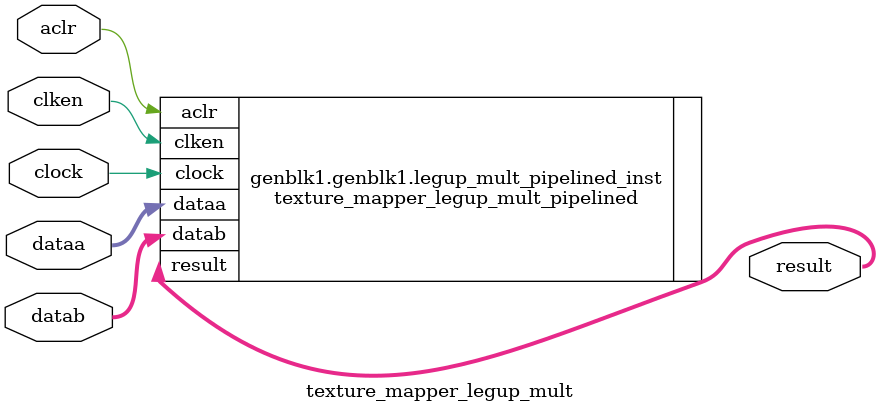
<source format=v>
`timescale 1ns / 1ns
module texture_mapper_legup_mult # (
  parameter widtha = 32,
  parameter widthb = 32,
  parameter widthp = 64,
  parameter pipeline = 3,
  parameter representation = "UNSIGNED",
  parameter pipeline_stallable = 0 
) (
  input clock,
  input aclr,
  input clken,
  input [widtha-1:0] dataa,
  input [widthb-1:0] datab,
  output [widthp-1:0] result
);

generate 
if (pipeline == 0) begin
  // If the number of pipeline stages is 0, 
  // instantiate the combinational multiplier
  texture_mapper_legup_mult_core legup_mult_core_inst(
      .dataa(dataa),
      .datab(datab),
      .result(result) 
  );
  defparam legup_mult_core_inst.widtha = widtha;
  defparam legup_mult_core_inst.widthb = widthb;
  defparam legup_mult_core_inst.widthp = widthp;
  defparam legup_mult_core_inst.representation = representation;

end else if (pipeline_stallable == 0) begin
  // If the datapath that uses the multiplier is not a pipeline or 
  // is a pipeline but is not stallable, or if the number of pipeline stages
  // is 1 or less,
  // simply instantiate the normal multiplier
  texture_mapper_legup_mult_pipelined legup_mult_pipelined_inst(
      .clock(clock),
      .aclr(aclr),
      .clken(clken),
      .dataa(dataa),
      .datab(datab),
      .result(result) 
  );
  defparam legup_mult_pipelined_inst.widtha = widtha;
  defparam legup_mult_pipelined_inst.widthb = widthb;
  defparam legup_mult_pipelined_inst.widthp = widthp;
  defparam legup_mult_pipelined_inst.pipeline = pipeline;
  defparam legup_mult_pipelined_inst.representation = representation;

end 
endgenerate

endmodule


</source>
